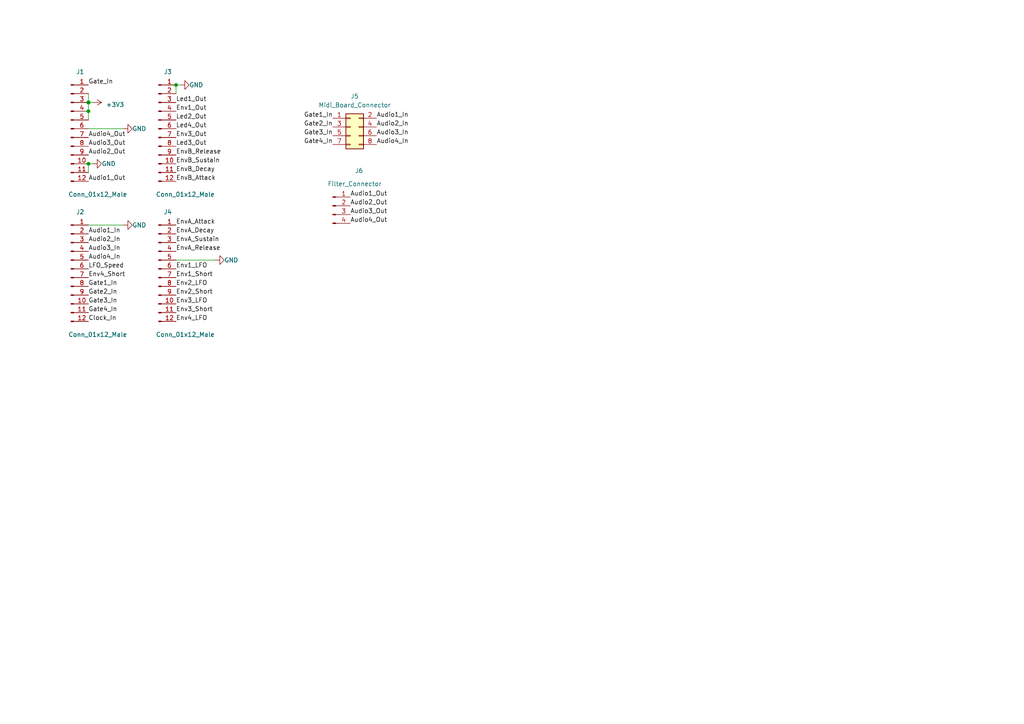
<source format=kicad_sch>
(kicad_sch (version 20211123) (generator eeschema)
  (paper "A4")
  (title_block (title "Ampelope Adapter Board") (date "2023-03-01") (rev "1.0") (company "Mountjoy Modular"))
  (lib_symbols
    (symbol "Connector:Conn_01x04_Male" (pin_names (offset 1.016) hide)
      (property "Reference" "J" (at 0 5.08 0))
      (property "Value" "Conn_01x04_Male" (at 0 -7.62 0))
      (symbol "Conn_01x04_Male_1_1"
        (polyline (pts (xy 1.27 -5.08) (xy 0.8636 -5.08)) (stroke (width 0.1524)))
        (polyline (pts (xy 1.27 -2.54) (xy 0.8636 -2.54)) (stroke (width 0.1524)))
        (polyline (pts (xy 1.27 0) (xy 0.8636 0)) (stroke (width 0.1524)))
        (polyline (pts (xy 1.27 2.54) (xy 0.8636 2.54)) (stroke (width 0.1524)))
        (rectangle (start 0.8636 -4.953) (end 0 -5.207) (stroke (width 0.1524)) (fill (type outline)))
        (rectangle (start 0.8636 -2.413) (end 0 -2.667) (stroke (width 0.1524)) (fill (type outline)))
        (rectangle (start 0.8636 0.127) (end 0 -0.127) (stroke (width 0.1524)) (fill (type outline)))
        (rectangle (start 0.8636 2.667) (end 0 2.413) (stroke (width 0.1524)) (fill (type outline)))
        (pin passive line (at 5.08 2.54 180) (length 3.81) (name "Pin_1") (number "1"))
        (pin passive line (at 5.08 0 180) (length 3.81) (name "Pin_2") (number "2"))
        (pin passive line (at 5.08 -2.54 180) (length 3.81) (name "Pin_3") (number "3"))
        (pin passive line (at 5.08 -5.08 180) (length 3.81) (name "Pin_4") (number "4"))
      )
    )
    (symbol "Connector:Conn_01x12_Male" (pin_names (offset 1.016) hide)
      (property "Reference" "J" (at 0 15.24 0))
      (property "Value" "Conn_01x12_Male" (at 0 -17.78 0))
      (symbol "Conn_01x12_Male_1_1"
        (polyline (pts (xy 1.27 -15.24) (xy 0.8636 -15.24)) (stroke (width 0.1524)))
        (polyline (pts (xy 1.27 -12.7) (xy 0.8636 -12.7)) (stroke (width 0.1524)))
        (polyline (pts (xy 1.27 -10.16) (xy 0.8636 -10.16)) (stroke (width 0.1524)))
        (polyline (pts (xy 1.27 -7.62) (xy 0.8636 -7.62)) (stroke (width 0.1524)))
        (polyline (pts (xy 1.27 -5.08) (xy 0.8636 -5.08)) (stroke (width 0.1524)))
        (polyline (pts (xy 1.27 -2.54) (xy 0.8636 -2.54)) (stroke (width 0.1524)))
        (polyline (pts (xy 1.27 0) (xy 0.8636 0)) (stroke (width 0.1524)))
        (polyline (pts (xy 1.27 2.54) (xy 0.8636 2.54)) (stroke (width 0.1524)))
        (polyline (pts (xy 1.27 5.08) (xy 0.8636 5.08)) (stroke (width 0.1524)))
        (polyline (pts (xy 1.27 7.62) (xy 0.8636 7.62)) (stroke (width 0.1524)))
        (polyline (pts (xy 1.27 10.16) (xy 0.8636 10.16)) (stroke (width 0.1524)))
        (polyline (pts (xy 1.27 12.7) (xy 0.8636 12.7)) (stroke (width 0.1524)))
        (rectangle (start 0.8636 -15.113) (end 0 -15.367) (stroke (width 0.1524)) (fill (type outline)))
        (rectangle (start 0.8636 -12.573) (end 0 -12.827) (stroke (width 0.1524)) (fill (type outline)))
        (rectangle (start 0.8636 -10.033) (end 0 -10.287) (stroke (width 0.1524)) (fill (type outline)))
        (rectangle (start 0.8636 -7.493) (end 0 -7.747) (stroke (width 0.1524)) (fill (type outline)))
        (rectangle (start 0.8636 -4.953) (end 0 -5.207) (stroke (width 0.1524)) (fill (type outline)))
        (rectangle (start 0.8636 -2.413) (end 0 -2.667) (stroke (width 0.1524)) (fill (type outline)))
        (rectangle (start 0.8636 0.127) (end 0 -0.127) (stroke (width 0.1524)) (fill (type outline)))
        (rectangle (start 0.8636 2.667) (end 0 2.413) (stroke (width 0.1524)) (fill (type outline)))
        (rectangle (start 0.8636 5.207) (end 0 4.953) (stroke (width 0.1524)) (fill (type outline)))
        (rectangle (start 0.8636 7.747) (end 0 7.493) (stroke (width 0.1524)) (fill (type outline)))
        (rectangle (start 0.8636 10.287) (end 0 10.033) (stroke (width 0.1524)) (fill (type outline)))
        (rectangle (start 0.8636 12.827) (end 0 12.573) (stroke (width 0.1524)) (fill (type outline)))
        (pin passive line (at 5.08 12.7 180) (length 3.81) (name "Pin_1") (number "1"))
        (pin passive line (at 5.08 -10.16 180) (length 3.81) (name "Pin_10") (number "10"))
        (pin passive line (at 5.08 -12.7 180) (length 3.81) (name "Pin_11") (number "11"))
        (pin passive line (at 5.08 -15.24 180) (length 3.81) (name "Pin_12") (number "12"))
        (pin passive line (at 5.08 10.16 180) (length 3.81) (name "Pin_2") (number "2"))
        (pin passive line (at 5.08 7.62 180) (length 3.81) (name "Pin_3") (number "3"))
        (pin passive line (at 5.08 5.08 180) (length 3.81) (name "Pin_4") (number "4"))
        (pin passive line (at 5.08 2.54 180) (length 3.81) (name "Pin_5") (number "5"))
        (pin passive line (at 5.08 0 180) (length 3.81) (name "Pin_6") (number "6"))
        (pin passive line (at 5.08 -2.54 180) (length 3.81) (name "Pin_7") (number "7"))
        (pin passive line (at 5.08 -5.08 180) (length 3.81) (name "Pin_8") (number "8"))
        (pin passive line (at 5.08 -7.62 180) (length 3.81) (name "Pin_9") (number "9"))
      )
    )
    (symbol "Connector_Generic:Conn_02x04_Odd_Even" (pin_names (offset 1.016) hide)
      (property "Reference" "J" (at 1.27 5.08 0))
      (property "Value" "Conn_02x04_Odd_Even" (at 1.27 -7.62 0))
      (symbol "Conn_02x04_Odd_Even_1_1"
        (rectangle (start -1.27 -4.953) (end 0 -5.207) (stroke (width 0.1524)))
        (rectangle (start -1.27 -2.413) (end 0 -2.667) (stroke (width 0.1524)))
        (rectangle (start -1.27 0.127) (end 0 -0.127) (stroke (width 0.1524)))
        (rectangle (start -1.27 2.667) (end 0 2.413) (stroke (width 0.1524)))
        (rectangle (start -1.27 3.81) (end 3.81 -6.35) (stroke (width 0.254)) (fill (type background)))
        (rectangle (start 3.81 -4.953) (end 2.54 -5.207) (stroke (width 0.1524)))
        (rectangle (start 3.81 -2.413) (end 2.54 -2.667) (stroke (width 0.1524)))
        (rectangle (start 3.81 0.127) (end 2.54 -0.127) (stroke (width 0.1524)))
        (rectangle (start 3.81 2.667) (end 2.54 2.413) (stroke (width 0.1524)))
        (pin passive line (at -5.08 2.54 0) (length 3.81) (name "Pin_1") (number "1"))
        (pin passive line (at 7.62 2.54 180) (length 3.81) (name "Pin_2") (number "2"))
        (pin passive line (at -5.08 0 0) (length 3.81) (name "Pin_3") (number "3"))
        (pin passive line (at 7.62 0 180) (length 3.81) (name "Pin_4") (number "4"))
        (pin passive line (at -5.08 -2.54 0) (length 3.81) (name "Pin_5") (number "5"))
        (pin passive line (at 7.62 -2.54 180) (length 3.81) (name "Pin_6") (number "6"))
        (pin passive line (at -5.08 -5.08 0) (length 3.81) (name "Pin_7") (number "7"))
        (pin passive line (at 7.62 -5.08 180) (length 3.81) (name "Pin_8") (number "8"))
      )
    )
    (symbol "power:+3.3V" (power) (pin_names (offset 0))
      (property "Value" "+3.3V" (at 0 3.556 0))
      (symbol "+3.3V_0_1"
        (polyline (pts (xy -0.762 1.27) (xy 0 2.54)))
        (polyline (pts (xy 0 0) (xy 0 2.54)))
        (polyline (pts (xy 0 2.54) (xy 0.762 1.27)))
      )
      (symbol "+3.3V_1_1"
        (pin power_in line (at 0 0 90) (length 0) hide (name "+3V3") (number "1"))
      )
    )
    (symbol "power:GND" (power) (pin_names (offset 0))
      (property "Value" "GND" (at 0 -3.81 0))
      (symbol "GND_0_1"
        (polyline (pts (xy 0 0) (xy 0 -1.27) (xy 1.27 -1.27) (xy 0 -2.54) (xy -1.27 -1.27) (xy 0 -1.27)))
      )
      (symbol "GND_1_1"
        (pin power_in line (at 0 0 270) (length 0) hide (name "GND") (number "1"))
      )
    )
  )
  (junction (at 25.654 47.498) (diameter 0.9144))
  (junction (at 25.654 32.258) (diameter 0.9144))
  (junction (at 51.054 24.638) (diameter 0.9144))
  (junction (at 25.654 29.718) (diameter 1.016))
  (wire (pts (xy 25.654 47.498) (xy 26.924 47.498)))
  (wire (pts (xy 25.654 27.178) (xy 25.654 29.718)))
  (wire (pts (xy 25.654 47.498) (xy 25.654 50.038)))
  (wire (pts (xy 51.054 24.638) (xy 52.324 24.638)))
  (wire (pts (xy 51.054 24.638) (xy 51.054 27.178)))
  (wire (pts (xy 25.654 65.278) (xy 35.814 65.278)))
  (wire (pts (xy 26.924 29.718) (xy 25.654 29.718)))
  (wire (pts (xy 25.654 37.338) (xy 35.814 37.338)))
  (wire (pts (xy 51.054 75.438) (xy 62.484 75.438)))
  (wire (pts (xy 25.654 29.718) (xy 25.654 32.258)))
  (wire (pts (xy 25.654 32.258) (xy 25.654 34.798)))
  (label "EnvB_Sustain" (at 51.054 47.498 0))
  (label "EnvB_Decay" (at 51.054 50.038 0))
  (label "Gate_In" (at 25.654 24.638 0))
  (label "Audio2_In" (at 25.654 70.358 0))
  (label "Gate4_In" (at 25.654 90.678 0))
  (label "Gate3_In" (at 96.52 39.37 180))
  (label "Led2_Out" (at 51.054 34.798 0))
  (label "Audio4_Out" (at 25.654 39.878 0))
  (label "Audio2_Out" (at 25.654 44.958 0))
  (label "Gate1_In" (at 96.52 34.29 180))
  (label "Audio2_Out" (at 101.6 59.69 0))
  (label "Env1_Short" (at 51.054 80.518 0))
  (label "Led1_Out" (at 51.054 29.718 0))
  (label "Audio4_Out" (at 101.6 64.77 0))
  (label "Led3_Out" (at 51.054 42.418 0))
  (label "Env4_LFO" (at 51.054 93.218 0))
  (label "Audio1_In" (at 25.654 67.818 0))
  (label "Env3_Short" (at 51.054 90.678 0))
  (label "EnvA_Sustain" (at 51.054 70.358 0))
  (label "Gate3_In" (at 25.654 88.138 0))
  (label "Audio4_In" (at 25.654 75.438 0))
  (label "Clock_In" (at 25.654 93.218 0))
  (label "Gate2_In" (at 96.52 36.83 180))
  (label "Audio1_In" (at 109.22 34.29 0))
  (label "Audio3_Out" (at 25.654 42.418 0))
  (label "Audio3_In" (at 109.22 39.37 0))
  (label "Audio4_In" (at 109.22 41.91 0))
  (label "Audio3_Out" (at 101.6 62.23 0))
  (label "Env3_Out" (at 51.054 39.878 0))
  (label "Env2_LFO" (at 51.054 83.058 0))
  (label "EnvA_Attack" (at 51.054 65.278 0))
  (label "Env1_LFO" (at 51.054 77.978 0))
  (label "Led4_Out" (at 51.054 37.338 0))
  (label "Env1_Out" (at 51.054 32.258 0))
  (label "EnvB_Attack" (at 51.054 52.578 0))
  (label "Gate4_In" (at 96.52 41.91 180))
  (label "Audio2_In" (at 109.22 36.83 0))
  (label "Env2_Short" (at 51.054 85.598 0))
  (label "EnvA_Decay" (at 51.054 67.818 0))
  (label "Gate2_In" (at 25.654 85.598 0))
  (label "EnvB_Release" (at 51.054 44.958 0))
  (label "Env3_LFO" (at 51.054 88.138 0))
  (label "LFO_Speed" (at 25.654 77.978 0))
  (label "Gate1_In" (at 25.654 83.058 0))
  (label "Audio1_Out" (at 101.6 57.15 0))
  (label "Audio3_In" (at 25.654 72.898 0))
  (label "EnvA_Release" (at 51.054 72.898 0))
  (label "Env4_Short" (at 25.654 80.518 0))
  (label "Audio1_Out" (at 25.654 52.578 0))
  (symbol (lib_id "Connector:Conn_01x12_Male") (at 45.974 37.338 0) (unit 1)
    (property "Reference" "J3" (at 48.6664 20.828 0))
    (property "Value" "Conn_01x12_Male" (at 53.7464 56.388 0))
    (property "Footprint" "Connector_PinSocket_2.54mm:PinSocket_1x12_P2.54mm_Vertical" (effects hide))
  )
  (symbol (lib_id "power:GND") (at 62.484 75.438 90) (unit 1)
    (property "Reference" "#PWR015" (effects hide))
    (property "Value" "GND" (at 65.024 75.438 90) (effects (justify right)))
  )
  (symbol (lib_id "power:+3.3V") (at 26.924 29.718 270) (unit 1)
    (property "Reference" "#PWR01" (effects hide))
    (property "Value" "+3.3V" (at 30.734 30.3529 90) (effects (justify left)))
  )
  (symbol (lib_id "Connector:Conn_01x12_Male") (at 45.974 77.978 0) (unit 1)
    (property "Reference" "J4" (at 48.6664 61.468 0))
    (property "Value" "Conn_01x12_Male" (at 53.7464 97.028 0))
    (property "Footprint" "Connector_PinSocket_2.54mm:PinSocket_1x12_P2.54mm_Vertical" (effects hide))
  )
  (symbol (lib_id "power:GND") (at 52.324 24.638 90) (unit 1)
    (property "Reference" "#PWR013" (effects hide))
    (property "Value" "GND" (at 54.864 24.638 90) (effects (justify right)))
  )
  (symbol (lib_id "power:GND") (at 35.814 37.338 90) (unit 1)
    (property "Reference" "#PWR05" (effects hide))
    (property "Value" "GND" (at 38.354 37.338 90) (effects (justify right)))
  )
  (symbol (lib_id "Connector:Conn_01x04_Male") (at 96.52 59.69 0) (unit 1)
    (property "Reference" "J6" (at 104.14 49.53 0))
    (property "Value" "Filter_Connector" (at 102.87 53.34 0))
    (property "Footprint" "Connector_PinHeader_2.54mm:PinHeader_1x04_P2.54mm_Vertical" (effects hide))
  )
  (symbol (lib_id "Connector_Generic:Conn_02x04_Odd_Even") (at 101.6 36.83 0) (unit 1)
    (property "Reference" "J5" (at 102.87 27.94 0))
    (property "Value" "Midi_Board_Connector" (at 102.87 30.48 0))
    (property "Footprint" "Connector_PinHeader_2.54mm:PinHeader_2x04_P2.54mm_Vertical" (effects hide))
  )
  (symbol (lib_id "Connector:Conn_01x12_Male") (at 20.574 37.338 0) (unit 1)
    (property "Reference" "J1" (at 23.2664 20.828 0))
    (property "Value" "Conn_01x12_Male" (at 28.3464 56.388 0))
    (property "Footprint" "Connector_PinSocket_2.54mm:PinSocket_1x12_P2.54mm_Vertical" (effects hide))
  )
  (symbol (lib_id "power:GND") (at 35.814 65.278 90) (unit 1)
    (property "Reference" "#PWR07" (effects hide))
    (property "Value" "GND" (at 38.354 65.278 90) (effects (justify right)))
  )
  (symbol (lib_id "Connector:Conn_01x12_Male") (at 20.574 77.978 0) (unit 1)
    (property "Reference" "J2" (at 23.2664 61.468 0))
    (property "Value" "Conn_01x12_Male" (at 28.3464 97.028 0))
    (property "Footprint" "Connector_PinSocket_2.54mm:PinSocket_1x12_P2.54mm_Vertical" (effects hide))
  )
  (symbol (lib_id "power:GND") (at 26.924 47.498 90) (unit 1)
    (property "Reference" "#PWR03" (effects hide))
    (property "Value" "GND" (at 29.464 47.498 90) (effects (justify right)))
  )
)
</source>
